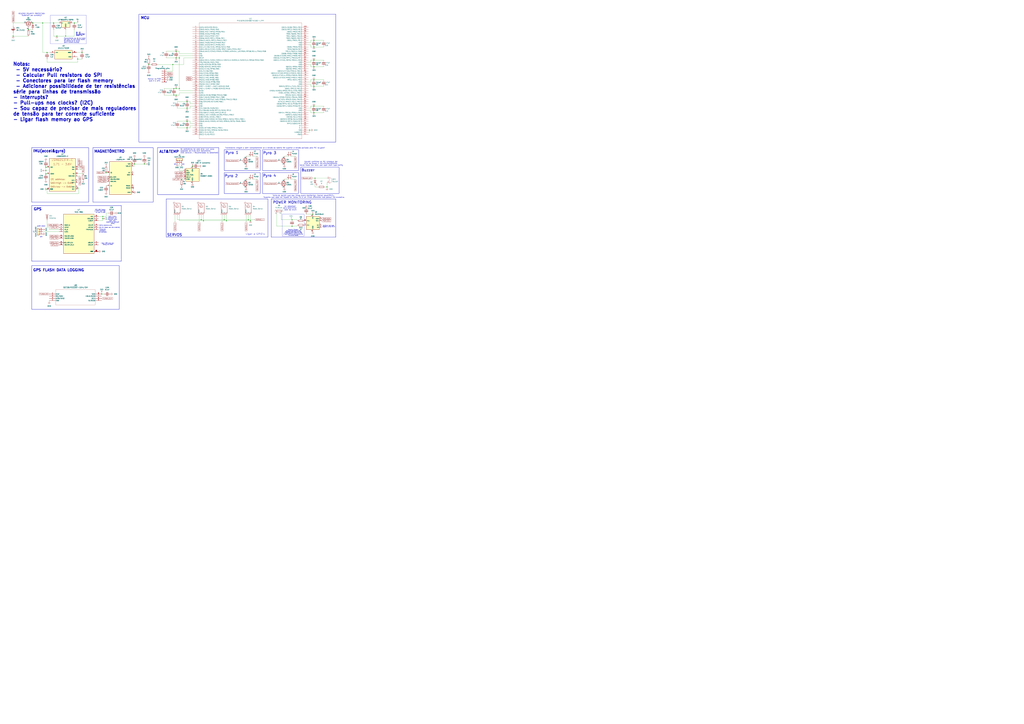
<source format=kicad_sch>
(kicad_sch (version 20231120) (generator "eeschema") (generator_version "8.0")
  (paper "A0")
  (junction (at 217.17 140.97))
  (junction (at 364.49 123.19))
  (junction (at 123.19 200.66))
  (junction (at 156.21 190.5))
  (junction (at 290.83 256.54))
  (junction (at 33.02 34.29))
  (junction (at 364.49 46.99))
  (junction (at 288.29 255.27))
  (junction (at 204.47 59.69))
  (junction (at 363.22 248.92))
  (junction (at 200.66 74.93))
  (junction (at 365.76 207.01))
  (junction (at 233.68 255.27))
  (junction (at 210.82 208.28))
  (junction (at 62.23 26.67))
  (junction (at 260.35 255.27))
  (junction (at 364.49 130.81))
  (junction (at 118.11 341.63))
  (junction (at 66.04 41.91))
  (junction (at 339.09 255.27))
  (junction (at 359.41 151.13))
  (junction (at 364.49 54.61))
  (junction (at 172.72 74.93))
  (junction (at 339.09 262.89))
  (junction (at 54.61 219.71))
  (junction (at 204.47 67.31))
  (junction (at 217.17 148.59))
  (junction (at 204.47 110.49))
  (junction (at 364.49 77.47))
  (junction (at 86.36 26.67))
  (junction (at 217.17 118.11))
  (junction (at 53.34 201.93))
  (junction (at 217.17 125.73))
  (junction (at 154.94 218.44))
  (junction (at 201.93 102.87))
  (junction (at 223.52 193.04))
  (junction (at 54.61 60.96))
  (junction (at 236.22 256.54))
  (junction (at 38.1 26.67))
  (junction (at 53.34 194.31))
  (junction (at 364.49 69.85))
  (junction (at 15.24 41.91))
  (junction (at 53.34 198.12))
  (junction (at 90.17 68.58))
  (junction (at 208.28 102.87))
  (junction (at 379.73 217.17))
  (junction (at 49.53 26.67))
  (junction (at 154.94 223.52))
  (junction (at 90.17 218.44))
  (junction (at 119.38 251.46))
  (junction (at 364.49 100.33))
  (junction (at 201.93 110.49))
  (junction (at 95.25 60.96))
  (junction (at 364.49 92.71))
  (junction (at 119.38 254))
  (junction (at 167.64 190.5))
  (junction (at 262.89 256.54))
  (junction (at 208.28 67.31))
  (junction (at 76.2 41.91))
  (junction (at 204.47 102.87))
  (no_connect (at 193.04 95.25))
  (wire (pts (xy 290.83 250.19) (xy 290.83 256.54)))
  (wire (pts (xy 209.55 208.28) (xy 210.82 208.28)))
  (wire (pts (xy 339.09 262.89) (xy 321.31 262.89)))
  (wire (pts (xy 223.52 123.19) (xy 220.98 123.19)))
  (wire (pts (xy 337.82 208.28) (xy 342.9 208.28)))
  (wire (pts (xy 204.47 110.49) (xy 201.93 110.49)))
  (wire (pts (xy 217.17 118.11) (xy 220.98 118.11)))
  (wire (pts (xy 86.36 41.91) (xy 76.2 41.91)))
  (wire (pts (xy 364.49 123.19) (xy 375.92 123.19)))
  (wire (pts (xy 339.09 255.27) (xy 326.39 255.27)))
  (wire (pts (xy 364.49 46.99) (xy 375.92 46.99)))
  (wire (pts (xy 360.68 97.79) (xy 360.68 100.33)))
  (wire (pts (xy 339.09 255.27) (xy 345.44 255.27)))
  (wire (pts (xy 57.15 264.16) (xy 54.61 264.16)))
  (wire (pts (xy 260.35 255.27) (xy 260.35 250.19)))
  (wire (pts (xy 93.98 196.85) (xy 90.17 196.85)))
  (wire (pts (xy 62.23 26.67) (xy 68.58 26.67)))
  (wire (pts (xy 208.28 67.31) (xy 208.28 102.87)))
  (wire (pts (xy 360.68 125.73) (xy 360.68 123.19)))
  (wire (pts (xy 355.6 248.92) (xy 363.22 248.92)))
  (wire (pts (xy 53.34 194.31) (xy 54.61 194.31)))
  (wire (pts (xy 220.98 146.05) (xy 220.98 148.59)))
  (wire (pts (xy 217.17 125.73) (xy 220.98 125.73)))
  (wire (pts (xy 54.61 68.58) (xy 54.61 72.39)))
  (wire (pts (xy 223.52 120.65) (xy 220.98 120.65)))
  (wire (pts (xy 208.28 107.95) (xy 208.28 110.49)))
  (wire (pts (xy 53.34 198.12) (xy 53.34 194.31)))
  (wire (pts (xy 54.61 72.39) (xy 90.17 72.39)))
  (wire (pts (xy 208.28 190.5) (xy 208.28 198.12)))
  (wire (pts (xy 330.2 181.61) (xy 335.28 181.61)))
  (wire (pts (xy 360.68 123.19) (xy 364.49 123.19)))
  (wire (pts (xy 90.17 26.67) (xy 86.36 26.67)))
  (wire (pts (xy 359.41 153.67) (xy 359.41 151.13)))
  (wire (pts (xy 193.04 67.31) (xy 204.47 67.31)))
  (wire (pts (xy 193.04 82.55) (xy 200.66 82.55)))
  (wire (pts (xy 58.42 60.96) (xy 54.61 60.96)))
  (wire (pts (xy 154.94 193.04) (xy 156.21 193.04)))
  (wire (pts (xy 364.49 130.81) (xy 375.92 130.81)))
  (wire (pts (xy 118.11 340.36) (xy 118.11 341.63)))
  (wire (pts (xy 360.68 100.33) (xy 364.49 100.33)))
  (wire (pts (xy 190.5 102.87) (xy 201.93 102.87)))
  (wire (pts (xy 364.49 92.71) (xy 375.92 92.71)))
  (wire (pts (xy 358.14 97.79) (xy 360.68 97.79)))
  (wire (pts (xy 358.14 72.39) (xy 360.68 72.39)))
  (wire (pts (xy 205.74 250.19) (xy 205.74 255.27)))
  (wire (pts (xy 379.73 217.17) (xy 379.73 212.09)))
  (wire (pts (xy 223.52 67.31) (xy 213.36 67.31)))
  (wire (pts (xy 360.68 77.47) (xy 364.49 77.47)))
  (wire (pts (xy 217.17 148.59) (xy 220.98 148.59)))
  (wire (pts (xy 33.02 34.29) (xy 38.1 34.29)))
  (wire (pts (xy 123.19 215.9) (xy 124.46 215.9)))
  (wire (pts (xy 200.66 74.93) (xy 213.36 74.93)))
  (wire (pts (xy 15.24 41.91) (xy 15.24 38.1)))
  (wire (pts (xy 330.2 208.28) (xy 335.28 208.28)))
  (wire (pts (xy 156.21 190.5) (xy 167.64 190.5)))
  (wire (pts (xy 190.5 110.49) (xy 201.93 110.49)))
  (wire (pts (xy 358.14 52.07) (xy 360.68 52.07)))
  (wire (pts (xy 90.17 201.93) (xy 96.52 201.93)))
  (wire (pts (xy 53.34 201.93) (xy 54.61 201.93)))
  (wire (pts (xy 358.14 128.27) (xy 360.68 128.27)))
  (wire (pts (xy 364.49 54.61) (xy 375.92 54.61)))
  (wire (pts (xy 208.28 64.77) (xy 223.52 64.77)))
  (wire (pts (xy 90.17 68.58) (xy 90.17 66.04)))
  (wire (pts (xy 92.71 204.47) (xy 90.17 204.47)))
  (wire (pts (xy 204.47 102.87) (xy 208.28 102.87)))
  (wire (pts (xy 52.07 198.12) (xy 53.34 198.12)))
  (wire (pts (xy 38.1 26.67) (xy 49.53 26.67)))
  (wire (pts (xy 200.66 82.55) (xy 200.66 74.93)))
  (wire (pts (xy 66.04 41.91) (xy 62.23 41.91)))
  (wire (pts (xy 119.38 251.46) (xy 123.19 251.46)))
  (wire (pts (xy 359.41 151.13) (xy 358.14 151.13)))
  (wire (pts (xy 57.15 266.7) (xy 57.15 264.16)))
  (wire (pts (xy 360.68 49.53) (xy 360.68 46.99)))
  (wire (pts (xy 285.75 208.28) (xy 290.83 208.28)))
  (wire (pts (xy 208.28 110.49) (xy 204.47 110.49)))
  (wire (pts (xy 91.44 224.79) (xy 54.61 224.79)))
  (wire (pts (xy 220.98 123.19) (xy 220.98 125.73)))
  (wire (pts (xy 203.2 257.81) (xy 203.2 250.19)))
  (wire (pts (xy 15.24 26.67) (xy 27.94 26.67)))
  (wire (pts (xy 204.47 67.31) (xy 208.28 67.31)))
  (wire (pts (xy 208.28 107.95) (xy 223.52 107.95)))
  (wire (pts (xy 90.17 217.17) (xy 90.17 218.44)))
  (wire (pts (xy 54.61 224.79) (xy 54.61 219.71)))
  (wire (pts (xy 257.81 257.81) (xy 257.81 250.19)))
  (wire (pts (xy 119.38 254) (xy 119.38 251.46)))
  (wire (pts (xy 223.52 143.51) (xy 220.98 143.51)))
  (wire (pts (xy 364.49 100.33) (xy 375.92 100.33)))
  (wire (pts (xy 337.82 181.61) (xy 342.9 181.61)))
  (wire (pts (xy 156.21 190.5) (xy 154.94 190.5)))
  (wire (pts (xy 54.61 256.54) (xy 54.61 264.16)))
  (wire (pts (xy 285.75 181.61) (xy 290.83 181.61)))
  (wire (pts (xy 90.17 218.44) (xy 91.44 218.44)))
  (wire (pts (xy 360.68 52.07) (xy 360.68 54.61)))
  (wire (pts (xy 358.14 49.53) (xy 360.68 49.53)))
  (wire (pts (xy 208.28 62.23) (xy 208.28 59.69)))
  (wire (pts (xy 360.68 95.25) (xy 360.68 92.71)))
  (wire (pts (xy 91.44 194.31) (xy 90.17 194.31)))
  (wire (pts (xy 360.68 130.81) (xy 364.49 130.81)))
  (wire (pts (xy 233.68 255.27) (xy 260.35 255.27)))
  (wire (pts (xy 293.37 208.28) (xy 298.45 208.28)))
  (wire (pts (xy 205.74 125.73) (xy 217.17 125.73)))
  (wire (pts (xy 53.34 198.12) (xy 53.34 201.93)))
  (wire (pts (xy 363.22 207.01) (xy 365.76 207.01)))
  (wire (pts (xy 360.68 128.27) (xy 360.68 130.81)))
  (wire (pts (xy 123.19 200.66) (xy 124.46 200.66)))
  (wire (pts (xy 217.17 140.97) (xy 220.98 140.97)))
  (wire (pts (xy 233.68 255.27) (xy 233.68 250.19)))
  (wire (pts (xy 201.93 102.87) (xy 204.47 102.87)))
  (wire (pts (xy 364.49 69.85) (xy 375.92 69.85)))
  (wire (pts (xy 62.23 34.29) (xy 62.23 41.91)))
  (wire (pts (xy 205.74 118.11) (xy 217.17 118.11)))
  (wire (pts (xy 345.44 261.62) (xy 345.44 262.89)))
  (wire (pts (xy 360.68 72.39) (xy 360.68 69.85)))
  (wire (pts (xy 49.53 269.24) (xy 68.58 269.24)))
  (wire (pts (xy 360.68 54.61) (xy 364.49 54.61)))
  (wire (pts (xy 208.28 105.41) (xy 208.28 102.87)))
  (wire (pts (xy 360.68 69.85) (xy 364.49 69.85)))
  (wire (pts (xy 68.58 266.7) (xy 57.15 266.7)))
  (wire (pts (xy 208.28 62.23) (xy 223.52 62.23)))
  (wire (pts (xy 321.31 262.89) (xy 321.31 248.92)))
  (wire (pts (xy 208.28 105.41) (xy 223.52 105.41)))
  (wire (pts (xy 172.72 74.93) (xy 175.26 74.93)))
  (wire (pts (xy 208.28 198.12) (xy 213.36 198.12)))
  (wire (pts (xy 208.28 256.54) (xy 208.28 250.19)))
  (wire (pts (xy 365.76 207.01) (xy 379.73 207.01)))
  (wire (pts (xy 114.3 256.54) (xy 119.38 256.54)))
  (wire (pts (xy 193.04 59.69) (xy 204.47 59.69)))
  (wire (pts (xy 223.52 146.05) (xy 220.98 146.05)))
  (wire (pts (xy 54.61 60.96) (xy 49.53 60.96)))
  (wire (pts (xy 210.82 208.28) (xy 213.36 208.28)))
  (wire (pts (xy 213.36 67.31) (xy 213.36 74.93)))
  (wire (pts (xy 236.22 256.54) (xy 236.22 250.19)))
  (wire (pts (xy 86.36 34.29) (xy 86.36 41.91)))
  (wire (pts (xy 90.17 72.39) (xy 90.17 68.58)))
  (wire (pts (xy 360.68 46.99) (xy 364.49 46.99)))
  (wire (pts (xy 262.89 256.54) (xy 236.22 256.54)))
  (wire (pts (xy 205.74 140.97) (xy 217.17 140.97)))
  (wire (pts (xy 364.49 77.47) (xy 375.92 77.47)))
  (wire (pts (xy 154.94 215.9) (xy 154.94 218.44)))
  (wire (pts (xy 88.9 60.96) (xy 95.25 60.96)))
  (wire (pts (xy 123.19 251.46) (xy 123.19 247.65)))
  (wire (pts (xy 377.19 217.17) (xy 379.73 217.17)))
  (wire (pts (xy 156.21 193.04) (xy 156.21 190.5)))
  (wire (pts (xy 288.29 255.27) (xy 288.29 250.19)))
  (wire (pts (xy 360.68 92.71) (xy 364.49 92.71)))
  (wire (pts (xy 76.2 34.29) (xy 76.2 41.91)))
  (wire (pts (xy 220.98 143.51) (xy 220.98 140.97)))
  (wire (pts (xy 358.14 125.73) (xy 360.68 125.73)))
  (wire (pts (xy 57.15 349.25) (xy 57.15 350.52)))
  (wire (pts (xy 290.83 256.54) (xy 262.89 256.54)))
  (wire (pts (xy 231.14 257.81) (xy 231.14 250.19)))
  (wire (pts (xy 260.35 255.27) (xy 288.29 255.27)))
  (wire (pts (xy 90.17 68.58) (xy 95.25 68.58)))
  (wire (pts (xy 76.2 41.91) (xy 66.04 41.91)))
  (wire (pts (xy 33.02 41.91) (xy 15.24 41.91)))
  (wire (pts (xy 379.73 218.44) (xy 379.73 217.17)))
  (wire (pts (xy 205.74 255.27) (xy 233.68 255.27)))
  (wire (pts (xy 90.17 218.44) (xy 90.17 219.71)))
  (wire (pts (xy 49.53 60.96) (xy 49.53 26.67)))
  (wire (pts (xy 345.44 256.54) (xy 345.44 255.27)))
  (wire (pts (xy 91.44 218.44) (xy 91.44 224.79)))
  (wire (pts (xy 360.68 74.93) (xy 360.68 77.47)))
  (wire (pts (xy 83.82 26.67) (xy 86.36 26.67)))
  (wire (pts (xy 339.09 262.89) (xy 345.44 262.89)))
  (wire (pts (xy 365.76 217.17) (xy 369.57 217.17)))
  (wire (pts (xy 358.14 74.93) (xy 360.68 74.93)))
  (wire (pts (xy 118.11 341.63) (xy 120.65 341.63)))
  (wire (pts (xy 288.29 255.27) (xy 295.91 255.27)))
  (wire (pts (xy 220.98 120.65) (xy 220.98 118.11)))
  (wire (pts (xy 236.22 256.54) (xy 208.28 256.54)))
  (wire (pts (xy 154.94 218.44) (xy 154.94 223.52)))
  (wire (pts (xy 293.37 181.61) (xy 298.45 181.61)))
  (wire (pts (xy 326.39 255.27) (xy 326.39 248.92)))
  (wire (pts (xy 262.89 256.54) (xy 262.89 250.19)))
  (wire (pts (xy 168.91 190.5) (xy 167.64 190.5)))
  (wire (pts (xy 358.14 95.25) (xy 360.68 95.25)))
  (wire (pts (xy 114.3 251.46) (xy 119.38 251.46)))
  (wire (pts (xy 285.75 257.81) (xy 285.75 250.19)))
  (wire (pts (xy 208.28 64.77) (xy 208.28 67.31)))
  (wire (pts (xy 205.74 148.59) (xy 217.17 148.59)))
  (wire (pts (xy 49.53 26.67) (xy 62.23 26.67)))
  (wire (pts (xy 365.76 214.63) (xy 365.76 217.17)))
  (wire (pts (xy 204.47 59.69) (xy 208.28 59.69)))
  (wire (pts (xy 123.19 247.65) (xy 125.73 247.65)))
  (wire (pts (xy 119.38 256.54) (xy 119.38 254)))
  (wire (pts (xy 182.88 74.93) (xy 200.66 74.93)))
  (wire (pts (xy 121.92 200.66) (xy 123.19 200.66)))
  (wire (pts (xy 15.24 30.48) (xy 15.24 26.67)))
  (wire (pts (xy 360.68 151.13) (xy 359.41 151.13)))
  (wire (pts (xy 358.14 153.67) (xy 359.41 153.67)))
  (wire (pts (xy 90.17 66.04) (xy 88.9 66.04)))
  (rectangle (start 36.83 171.45) (end 102.87 234.95) (stroke (width 0.3)))
  (rectangle (start 304.8 200.66) (end 346.71 224.79) (stroke (width 0.3)))
  (rectangle (start 182.88 171.45) (end 254 226.06) (stroke (width 0.3)))
  (rectangle (start 36.83 308.61) (end 138.43 359.41) (stroke (width 0.3)))
  (rectangle (start 161.29 16.51) (end 389.89 165.1) (stroke (width 0.3)))
  (rectangle (start 327.66 248.92) (end 353.06 274.32))
  (rectangle (start 304.8 173.99) (end 346.71 198.12) (stroke (width 0.3)))
  (rectangle (start 314.96 231.14) (end 389.89 275.59) (stroke (width 0.3)))
  (rectangle (start 58.42 17.78) (end 100.33 50.8))
  (rectangle (start 260.35 200.66) (end 302.26 224.79) (stroke (width 0.3)))
  (rectangle (start 36.83 238.76) (end 140.97 303.53) (stroke (width 0.3)))
  (rectangle (start 349.25 194.31) (end 393.7 224.79) (stroke (width 0.3)))
  (rectangle (start 260.35 173.99) (end 302.26 198.12) (stroke (width 0.3)))
  (rectangle (start 107.95 171.45) (end 177.8 234.95) (stroke (width 0.3)))
  (rectangle (start 193.04 231.14) (end 311.15 275.59) (stroke (width 0.3)))
  (text "Pyro 3" (at 313.182 177.8 0) (effects (font (size 3 3) (thickness 0.4) (bold yes))))
  (text "UART/DDC" (at 47.752 262.89 0) (effects (font (size 1.27 1.27))))
  (text "Provavelmente vou ter de mudar \nisto para um com Vdrop menor. \nSó preciso de 5V talvez \npara a antena anyways" (at 74.168 46.99 0) (effects (font (size 1 1)) (justify left)))
  (text "SPI" (at 48.006 275.336 0) (effects (font (size 1.27 1.27))))
  (text "MAGNETÓMETRO\n" (at 127 176.022 0) (effects (font (size 3 3) (thickness 0.6) (bold yes))))
  (text "Ler datasheet \npara determinar \nvalor do shunt" (at 337.058 241.808 0) (effects (font (size 1.27 1.27))))
  (text "Buzzer" (at 357.632 197.866 0) (effects (font (size 3 3) (thickness 0.4) (bold yes))))
  (text "GPS FLASH DATA LOGGING" (at 68.072 313.944 0) (effects (font (size 3 3) (thickness 0.6) (bold yes))))
  (text "SPI" (at 203.708 191.008 0) (effects (font (size 1.27 1.27))))
  (text "Ligar a GPIO's" (at 296.418 272.034 0) (effects (font (size 2 2))))
  (text "SERVOS" (at 202.692 273.05 0) (effects (font (size 3 3) (thickness 0.4) (bold yes))))
  (text "Notas:\n - 5V necessário?\n - Calcular Pull resistors do SPI\n - Conectores para ler flash memory\n - Adicionar possibilidade de ter resistências \nsérie para linhas de transmissão\n- Interrupts?\n- Pull-ups nos clocks? (I2C)\n- Sou capaz de precisar de mais reguladores \nde tensão para ter corrente suficiente\n- Ligar flash memory ao GPS" (at 14.986 106.68 0) (effects (font (size 4 4) (thickness 0.8) (bold yes)) (justify left)))
  (text "Tenho de decidir qual das linhas quero monitorizar. Overall power?PIC?... \nSuponho que nada me impede ter vários ICs a ver linhas diferentes mas parece-me excessivo." (at 353.06 228.346 0) (effects (font (size 1.27 1.27))))
  (text "GPS" (at 43.688 243.078 0) (effects (font (size 3 3) (thickness 0.6) (bold yes))))
  (text "Pyro 2" (at 268.478 204.47 0) (effects (font (size 3 3) (thickness 0.4) (bold yes))))
  (text "Vale a pena \nadicionar um \nconector para \nligar uma \nbateria de backup?\n(3V3)" (at 130.81 255.778 0) (effects (font (size 1 1))))
  (text "IMU(accel&gyro)" (at 57.15 175.514 0) (effects (font (size 3 3) (thickness 0.6) (bold yes))))
  (text "Transistores chegam a abrir completamente se a tensão da bateria fôr superior à tensão aplicada pelo PIC na gate?" (at 319.278 171.958 0) (effects (font (size 1.27 1.27))))
  (text "Ligar USB para dar \ndebug ao GPS?" (at 125.222 283.464 0) (effects (font (size 1 1))))
  (text "MCU - 3V3\nGPS - 3V3\nIMU - 1.8V? (3.6max)\nMagnetómetro - 3V3\nAltímetro - 3V3\n" (at 88.138 39.624 0) (effects (font (size 0.6 0.6)) (justify left)))
  (text "VDD_USB ligado \na GND caso não \nvá usar o USB" (at 116.586 245.364 0) (effects (font (size 1 1))))
  (text "Convém confirmar se PIC consegue dar \ndrive do buzzer e led simultaneamente, \ntalvez fosse boa ideia usar open drain type config" (at 373.126 189.992 0) (effects (font (size 1.27 1.27))))
  (text "Pyro 1" (at 269.24 177.546 0) (effects (font (size 3 3) (thickness 0.4) (bold yes))))
  (text "De preferência ter este sinal num canal \nseparado ao invés dum barramento.\n(ADC sensível / Recomendado no datasheet)" (at 209.55 175.514 0) (effects (font (size 1.27 1.27)) (justify left)))
  (text "ALT&TEMP\n" (at 196.342 176.276 0) (effects (font (size 3 3) (thickness 0.6) (bold yes))))
  (text "Confirmar mais tarde \nligações a pinos A0/A1" (at 381.762 262.89 0) (effects (font (size 0.8 0.8))))
  (text "REVERSE POLARITY PROTECTION\nSubstituir por schottky?" (at 36.83 17.018 0) (effects (font (size 1.27 1.27))))
  (text "Marcar na PCB \nqual é o pin1" (at 179.578 92.964 0) (effects (font (size 1.27 1.27))))
  (text "I2C" (at 212.852 191.008 0) (effects (font (size 1.27 1.27))))
  (text "POWER MONITORING" (at 339.344 235.204 0) (effects (font (size 3 3) (thickness 0.4) (bold yes))))
  (text "Pyro 4" (at 312.928 204.216 0) (effects (font (size 3 3) (thickness 0.4) (bold yes))))
  (text "LNA EN (caso use LNA externo)" (at 127 264.414 0) (effects (font (size 1 1))))
  (text "Potencial filtragem. \nTenho de confirmar se será \nnecessário mas penso que não, \no mais provável é deixar na PCB \ne logo decidir se meto componentes \nou só dou bypass." (at 340.868 270.256 0) (effects (font (size 0.8 0.8))))
  (text "MCU" (at 168.402 20.828 0) (effects (font (size 3 3) (thickness 0.6) (bold yes))))
  (text "Active antenna only" (at 122.682 261.874 0) (effects (font (size 1 1))))
  (text "Timepulse \n(probably \nno connect)" (at 119.38 268.224 0) (effects (font (size 1 1))))
  (global_label "IMU_CS" (shape input) (at 96.52 201.93 90) (property "Intersheetrefs" "${INTERSHEET_REFS}" (effects (hide yes))))
  (global_label "SERVO_+" (shape input) (at 295.91 255.27 0) (property "Intersheetrefs" "${INTERSHEET_REFS}" (effects (hide yes))))
  (global_label "ALT_SDO" (shape input) (at 213.36 200.66 180) (property "Intersheetrefs" "${INTERSHEET_REFS}" (effects (hide yes))))
  (global_label "Pyro_channel3" (shape input) (at 322.58 186.69 180) (property "Intersheetrefs" "${INTERSHEET_REFS}" (effects (hide yes))))
  (global_label "FLASH_EN" (shape input) (at 57.15 341.63 180) (property "Intersheetrefs" "${INTERSHEET_REFS}" (effects (hide yes))))
  (global_label "Battery_VDD" (shape input) (at 298.45 208.28 270) (property "Intersheetrefs" "${INTERSHEET_REFS}" (effects (hide yes))))
  (global_label "PGED" (shape input) (at 193.04 87.63 0) (property "Intersheetrefs" "${INTERSHEET_REFS}" (effects (hide yes))))
  (global_label "SERVO_3" (shape input) (at 257.81 257.81 270) (property "Intersheetrefs" "${INTERSHEET_REFS}" (effects (hide yes))))
  (global_label "Buzzer_pin" (shape input) (at 363.22 207.01 180) (property "Intersheetrefs" "${INTERSHEET_REFS}" (effects (hide yes))))
  (global_label "GPS_INT" (shape input) (at 68.58 264.16 180) (property "Intersheetrefs" "${INTERSHEET_REFS}" (effects (hide yes))))
  (global_label "PGED" (shape input) (at 223.52 92.71 180) (property "Intersheetrefs" "${INTERSHEET_REFS}" (effects (hide yes))))
  (global_label "Battery_VDD" (shape input) (at 15.24 26.67 90) (property "Intersheetrefs" "${INTERSHEET_REFS}" (effects (hide yes))))
  (global_label "SERVO_2" (shape input) (at 231.14 257.81 270) (property "Intersheetrefs" "${INTERSHEET_REFS}" (effects (hide yes))))
  (global_label "Pyro_channel1" (shape input) (at 278.13 186.69 180) (property "Intersheetrefs" "${INTERSHEET_REFS}" (effects (hide yes))))
  (global_label "IMU_SDO" (shape input) (at 92.71 204.47 270) (property "Intersheetrefs" "${INTERSHEET_REFS}" (effects (hide yes))))
  (global_label "GPS_RXD" (shape input) (at 68.58 274.32 180) (property "Intersheetrefs" "${INTERSHEET_REFS}" (effects (hide yes))))
  (global_label "GPS_CS" (shape input) (at 68.58 284.48 180) (property "Intersheetrefs" "${INTERSHEET_REFS}" (effects (hide yes))))
  (global_label "PWR_SDL" (shape input) (at 373.38 256.54 0) (property "Intersheetrefs" "${INTERSHEET_REFS}" (effects (hide yes))))
  (global_label "Pyro_channel2" (shape input) (at 278.13 213.36 180) (property "Intersheetrefs" "${INTERSHEET_REFS}" (effects (hide yes))))
  (global_label "IMU_CLK" (shape input) (at 93.98 196.85 90) (property "Intersheetrefs" "${INTERSHEET_REFS}" (effects (hide yes))))
  (global_label "MAG_SDO" (shape input) (at 124.46 210.82 180) (property "Intersheetrefs" "${INTERSHEET_REFS}" (effects (hide yes))))
  (global_label "ALT_CLK" (shape input) (at 213.36 205.74 180) (property "Intersheetrefs" "${INTERSHEET_REFS}" (effects (hide yes))))
  (global_label "PGEC" (shape input) (at 193.04 85.09 0) (property "Intersheetrefs" "${INTERSHEET_REFS}" (effects (hide yes))))
  (global_label "IMU_SDI" (shape input) (at 91.44 194.31 90) (property "Intersheetrefs" "${INTERSHEET_REFS}" (effects (hide yes))))
  (global_label "Pyro_channel4" (shape input) (at 322.58 213.36 180) (property "Intersheetrefs" "${INTERSHEET_REFS}" (effects (hide yes))))
  (global_label "FLASH_CLK" (shape input) (at 118.11 346.71 0) (property "Intersheetrefs" "${INTERSHEET_REFS}" (effects (hide yes))))
  (global_label "GPS_CLK" (shape input) (at 68.58 281.94 180) (property "Intersheetrefs" "${INTERSHEET_REFS}" (effects (hide yes))))
  (global_label "GPS_RESET" (shape input) (at 68.58 261.62 180) (property "Intersheetrefs" "${INTERSHEET_REFS}" (effects (hide yes))))
  (global_label "MAG_CS" (shape input) (at 121.92 200.66 180) (property "Intersheetrefs" "${INTERSHEET_REFS}" (effects (hide yes))))
  (global_label "SERVO_1" (shape input) (at 203.2 257.81 270) (property "Intersheetrefs" "${INTERSHEET_REFS}" (effects (hide yes))))
  (global_label "PGEC" (shape input) (at 223.52 90.17 180) (property "Intersheetrefs" "${INTERSHEET_REFS}" (effects (hide yes))))
  (global_label "SERVO_4" (shape input) (at 285.75 257.81 270) (property "Intersheetrefs" "${INTERSHEET_REFS}" (effects (hide yes))))
  (global_label "ALT_SDI" (shape input) (at 213.36 203.2 180) (property "Intersheetrefs" "${INTERSHEET_REFS}" (effects (hide yes))))
  (global_label "PWR_SDA" (shape input) (at 373.38 254 0) (property "Intersheetrefs" "${INTERSHEET_REFS}" (effects (hide yes))))
  (global_label "MAG_CLK" (shape input) (at 124.46 205.74 180) (property "Intersheetrefs" "${INTERSHEET_REFS}" (effects (hide yes))))
  (global_label "GPS_TXD" (shape input) (at 68.58 276.86 180) (property "Intersheetrefs" "${INTERSHEET_REFS}" (effects (hide yes))))
  (global_label "Battery_VDD" (shape input) (at 298.45 181.61 270) (property "Intersheetrefs" "${INTERSHEET_REFS}" (effects (hide yes))))
  (global_label "Battery_VDD" (shape input) (at 342.9 181.61 270) (property "Intersheetrefs" "${INTERSHEET_REFS}" (effects (hide yes))))
  (global_label "Battery_VDD" (shape input) (at 342.9 208.28 270) (property "Intersheetrefs" "${INTERSHEET_REFS}" (effects (hide yes))))
  (global_label "ALT_CS" (shape input) (at 209.55 208.28 180) (property "Intersheetrefs" "${INTERSHEET_REFS}" (effects (hide yes))))
  (global_label "MAG_SDI" (shape input) (at 124.46 208.28 180) (property "Intersheetrefs" "${INTERSHEET_REFS}" (effects (hide yes))))
  (symbol (lib_id "power:GND") (at 223.52 213.36 0) (unit 1)
    (property "Reference" "#PWR030" (effects (hide yes)))
    (property "Value" "GND" (at 223.52 217.17 0))
    (property "Description" "Power symbol creates a global label with name \"GND\" , ground" (effects (hide yes)))
  )
  (symbol (lib_id "power:GND") (at 53.34 209.55 0) (unit 1)
    (property "Reference" "#PWR035" (effects (hide yes)))
    (property "Value" "GND" (at 53.34 214.63 0))
    (property "Description" "Power symbol creates a global label with name \"GND\" , ground" (effects (hide yes)))
  )
  (symbol (lib_id "power:GND") (at 330.2 218.44 0) (unit 1)
    (property "Reference" "#PWR040" (effects (hide yes)))
    (property "Value" "GND" (at 330.2 222.758 0))
    (property "Description" "Power symbol creates a global label with name \"GND\" , ground" (effects (hide yes)))
  )
  (symbol (lib_id "power:VDD") (at 193.04 90.17 270) (unit 1)
    (property "Reference" "#PWR020" (effects (hide yes)))
    (property "Value" "3V3" (at 198.628 90.424 90))
    (property "Description" "Power symbol creates a global label with name \"VDD\"" (effects (hide yes)))
  )
  (symbol (lib_id "Device:C") (at 375.92 73.66 180) (unit 1)
    (property "Reference" "C15" (at 381 75.692 0) (effects (justify left)))
    (property "Value" "47uF" (at 383.286 72.898 0) (effects (justify left)))
    (property "Description" "Unpolarized capacitor" (effects (hide yes)))
  )
  (symbol (lib_id "power:GND") (at 204.47 59.69 180) (unit 1)
    (property "Reference" "#PWR09" (effects (hide yes)))
    (property "Value" "GND" (at 204.47 54.61 0))
    (property "Description" "Power symbol creates a global label with name \"GND\" , ground" (effects (hide yes)))
  )
  (symbol (lib_id "Device:C") (at 193.04 63.5 0) (unit 1)
    (property "Reference" "C9" (at 187.96 61.468 0) (effects (justify left)))
    (property "Value" "47uF" (at 185.674 64.262 0) (effects (justify left)))
    (property "Description" "Unpolarized capacitor" (effects (hide yes)))
  )
  (symbol (lib_id "power:VDD") (at 168.91 190.5 270) (unit 1)
    (property "Reference" "#PWR031" (effects (hide yes)))
    (property "Value" "3V3" (at 172.974 190.5 0))
    (property "Description" "Power symbol creates a global label with name \"VDD\"" (effects (hide yes)))
  )
  (symbol (lib_id "LDL1117S33R:LDL1117S33R") (at 73.66 63.5 0) (unit 1)
    (property "Reference" "U3" (at 73.66 53.34 0))
    (property "Value" "LDL1117S33R" (at 73.66 55.88 0))
    (property "Footprint" "LDL1117S33R:SOT230P700X180-4N" (effects (hide yes)))
    (property "MF" "STMicroelectronics" (effects (hide yes)))
    (property "MAXIMUM_PACKAGE_HEIGHT" "1.8 mm" (effects (hide yes)))
    (property "Package" "SOT-223 STMicroelectronics" (effects (hide yes)))
    (property "Price" "None" (effects (hide yes)))
    (property "Check_prices" "https://www.snapeda.com/parts/LDL1117S33R/STMicroelectronics/view-part/?ref=eda" (effects (hide yes)))
    (property "STANDARD" "IPC 7351B" (effects (hide yes)))
    (property "PARTREV" "7" (effects (hide yes)))
    (property "SnapEDA_Link" "https://www.snapeda.com/parts/LDL1117S33R/STMicroelectronics/view-part/?ref=snap" (effects (hide yes)))
    (property "MP" "LDL1117S33R" (effects (hide yes)))
    (property "Purchase-URL" "https://www.snapeda.com/api/url_track_click_mouser/?unipart_id=865632&manufacturer=STMicroelectronics&part_name=LDL1117S33R&search_term=None" (effects (hide yes)))
    (property "Description_1" "\nLinear Voltage Regulator IC Positive Fixed 1 Output 1.2A SOT-223\n" (effects (hide yes)))
    (property "SNAPEDA_PN" "LDL1117S33R" (effects (hide yes)))
    (property "Availability" "In Stock" (effects (hide yes)))
    (property "MANUFACTURER" "STMicroelectronics" (effects (hide yes)))
  )
  (symbol (lib_id "power:GND") (at 330.2 191.77 0) (unit 1)
    (property "Reference" "#PWR039" (effects (hide yes)))
    (property "Value" "GND" (at 330.2 196.088 0))
    (property "Description" "Power symbol creates a global label with name \"GND\" , ground" (effects (hide yes)))
  )
  (symbol (lib_id "Connector:Conn_01x02_Pin") (at 293.37 176.53 270) (unit 1)
    (property "Reference" "J2" (at 294.64 175.8949 90) (effects (justify left)))
    (property "Value" "Pyro1" (at 294.64 178.4349 90) (effects (justify left)))
    (property "Description" "Generic connector, single row, 01x02, script generated" (effects (hide yes)))
  )
  (symbol (lib_id "power:GND") (at 204.47 110.49 0) (unit 1)
    (property "Reference" "#PWR06" (effects (hide yes)))
    (property "Value" "GND" (at 204.47 115.57 0))
    (property "Description" "Power symbol creates a global label with name \"GND\" , ground" (effects (hide yes)))
  )
  (symbol (lib_id "Device:C") (at 86.36 30.48 0) (unit 1)
    (property "Reference" "C19" (at 90.17 29.2099 0) (effects (justify left)))
    (property "Value" "0.1uF" (at 90.17 31.7499 0) (effects (justify left)))
    (property "Description" "Unpolarized capacitor" (effects (hide yes)))
  )
  (symbol (lib_id "Device:C") (at 355.6 245.11 180) (unit 1)
    (property "Reference" "C28" (at 359.918 239.522 0))
    (property "Value" "0.1uF" (at 359.918 242.062 0))
    (property "Description" "Unpolarized capacitor" (effects (hide yes)))
  )
  (symbol (lib_id "power:VDD") (at 364.49 77.47 180) (unit 1)
    (property "Reference" "#PWR016" (effects (hide yes)))
    (property "Value" "3V3" (at 364.49 81.534 0))
    (property "Description" "Power symbol creates a global label with name \"VDD\"" (effects (hide yes)))
  )
  (symbol (lib_id "power:GND") (at 364.49 123.19 180) (unit 1)
    (property "Reference" "#PWR02" (effects (hide yes)))
    (property "Value" "GND" (at 364.49 118.11 0))
    (property "Description" "Power symbol creates a global label with name \"GND\" , ground" (effects (hide yes)))
  )
  (symbol (lib_id "power:VDD") (at 172.72 67.31 0) (unit 1)
    (property "Reference" "#PWR018" (effects (hide yes)))
    (property "Value" "3V3" (at 172.72 63.246 0))
    (property "Description" "Power symbol creates a global label with name \"VDD\"" (effects (hide yes)))
  )
  (symbol (lib_id "Device:C") (at 190.5 106.68 0) (unit 1)
    (property "Reference" "C10" (at 185.42 104.648 0) (effects (justify left)))
    (property "Value" "47uF" (at 183.134 107.442 0) (effects (justify left)))
    (property "Description" "Unpolarized capacitor" (effects (hide yes)))
  )
  (symbol (lib_id "power:GND") (at 217.17 140.97 180) (unit 1)
    (property "Reference" "#PWR08" (effects (hide yes)))
    (property "Value" "GND" (at 217.17 135.89 0))
    (property "Description" "Power symbol creates a global label with name \"GND\" , ground" (effects (hide yes)))
  )
  (symbol (lib_id "Device:R") (at 179.07 74.93 90) (unit 1)
    (property "Reference" "R2" (at 179.07 68.58 90))
    (property "Value" "1k" (at 179.07 71.12 90))
    (property "Description" "Resistor" (effects (hide yes)))
  )
  (symbol (lib_id "power:VDD") (at 49.53 266.7 270) (unit 1)
    (property "Reference" "#PWR051" (effects (hide yes)))
    (property "Value" "3V3" (at 53.594 266.7 0))
    (property "Description" "Power symbol creates a global label with name \"VDD\"" (effects (hide yes)))
  )
  (symbol (lib_id "Device:C") (at 204.47 63.5 0) (unit 1)
    (property "Reference" "C1" (at 199.39 62.23 0) (effects (justify left)))
    (property "Value" "0.1uF" (at 196.088 64.262 0) (effects (justify left)))
    (property "Description" "Unpolarized capacitor" (effects (hide yes)))
  )
  (symbol (lib_id "power:GND") (at 360.68 151.13 90) (unit 1)
    (property "Reference" "#PWR01" (effects (hide yes)))
    (property "Value" "GND" (at 364.49 151.1299 90) (effects (justify right)))
    (property "Description" "Power symbol creates a global label with name \"GND\" , ground" (effects (hide yes)))
  )
  (symbol (lib_id "2025-01-11_19-47-35:SST26VF032BT-104I_SM") (at 57.15 341.63 0) (unit 1)
    (property "Reference" "U8" (at 87.63 331.47 0) (effects (font (size 1.524 1.524))))
    (property "Value" "SST26VF032BT-104I/SM" (at 87.63 334.01 0) (effects (font (size 1.524 1.524))))
    (property "Footprint" "SOIJ8_SM_MCH" (effects (hide yes)))
    (property "Datasheet" "SST26VF032BT-104I/SM" (effects (hide yes)))
  )
  (symbol (lib_id "Device:C") (at 217.17 144.78 0) (unit 1)
    (property "Reference" "C4" (at 212.09 143.51 0) (effects (justify left)))
    (property "Value" "0.1uF" (at 208.788 145.542 0) (effects (justify left)))
    (property "Description" "Unpolarized capacitor" (effects (hide yes)))
  )
  (symbol (lib_id "power:GND") (at 66.04 41.91 0) (unit 1)
    (property "Reference" "#PWR024" (effects (hide yes)))
    (property "Value" "GND" (at 66.04 46.99 0))
    (property "Description" "Power symbol creates a global label with name \"GND\" , ground" (effects (hide yes)))
  )
  (symbol (lib_id "power:VDD") (at 364.49 130.81 180) (unit 1)
    (property "Reference" "#PWR014" (effects (hide yes)))
    (property "Value" "3V3" (at 364.49 134.874 0))
    (property "Description" "Power symbol creates a global label with name \"VDD\"" (effects (hide yes)))
  )
  (symbol (lib_id "Device:C") (at 375.92 127 180) (unit 1)
    (property "Reference" "C13" (at 381 129.032 0) (effects (justify left)))
    (property "Value" "47uF" (at 383.286 126.238 0) (effects (justify left)))
    (property "Description" "Unpolarized capacitor" (effects (hide yes)))
  )
  (symbol (lib_id "power:VDD") (at 223.52 193.04 0) (unit 1)
    (property "Reference" "#PWR028" (effects (hide yes)))
    (property "Value" "3V3" (at 223.52 188.976 0))
    (property "Description" "Power symbol creates a global label with name \"VDD\"" (effects (hide yes)))
  )
  (symbol (lib_id "Connector_Generic:Conn_01x03") (at 208.28 185.42 90) (unit 1)
    (property "Reference" "J6" (at 208.28 180.34 90))
    (property "Value" "Conn_01x03" (at 208.28 182.372 90))
    (property "Description" "Generic connector, single row, 01x03, script generated (kicad-library-utils/schlib/autogen/connector/)" (effects (hide yes)))
  )
  (symbol (lib_id "power:VDD") (at 96.52 209.55 180) (unit 1)
    (property "Reference" "#PWR047" (effects (hide yes)))
    (property "Value" "3V3" (at 96.52 213.614 0))
    (property "Description" "Power symbol creates a global label with name \"VDD\"" (effects (hide yes)))
  )
  (symbol (lib_id "Device:R") (at 349.25 261.62 90) (unit 1)
    (property "Reference" "R10" (at 349.25 264.668 90))
    (property "Value" "R" (at 349.25 266.954 90))
    (property "Description" "Resistor" (effects (hide yes)))
  )
  (symbol (lib_id "Simulation_SPICE:NMOS") (at 283.21 186.69 0) (unit 1)
    (property "Reference" "Q2" (at 288.29 185.42 0) (effects (justify left)))
    (property "Value" "NMOS" (at 288.29 187.96 0) (effects (justify left)))
    (property "Datasheet" "https://ngspice.sourceforge.io/docs/ngspice-html-manual/manual.xhtml#cha_MOSFETs" (effects (hide yes)))
    (property "Description" "N-MOSFET transistor, drain/source/gate" (effects (hide yes)))
    (property "Sim.Device" "NMOS" (effects (hide yes)))
    (property "Sim.Type" "VDMOS" (effects (hide yes)))
    (property "Sim.Pins" "1=D 2=G 3=S" (effects (hide yes)))
  )
  (symbol (lib_id "Motor:Motor_Servo") (at 233.68 242.57 90) (unit 1)
    (property "Reference" "M2" (at 238.76 240.041 90) (effects (justify right)))
    (property "Value" "Motor_Servo" (at 238.76 242.581 90) (effects (justify right)))
    (property "Datasheet" "http://forums.parallax.com/uploads/attachments/46831/74481.png" (effects (hide yes)))
    (property "Description" "Servo Motor (Futaba, HiTec, JR connector)" (effects (hide yes)))
  )
  (symbol (lib_id "Simulation_SPICE:NMOS") (at 327.66 213.36 0) (unit 1)
    (property "Reference" "Q5" (at 332.74 212.09 0) (effects (justify left)))
    (property "Value" "NMOS" (at 332.74 214.63 0) (effects (justify left)))
    (property "Datasheet" "https://ngspice.sourceforge.io/docs/ngspice-html-manual/manual.xhtml#cha_MOSFETs" (effects (hide yes)))
    (property "Description" "N-MOSFET transistor, drain/source/gate" (effects (hide yes)))
    (property "Sim.Device" "NMOS" (effects (hide yes)))
    (property "Sim.Type" "VDMOS" (effects (hide yes)))
    (property "Sim.Pins" "1=D 2=G 3=S" (effects (hide yes)))
  )
  (symbol (lib_id "LSM6DS3TR-C:LSM6DS3TR-C") (at 72.39 196.85 0) (unit 1)
    (property "Reference" "U4" (at 72.39 179.07 0))
    (property "Value" "LSM6DS3TR-C" (at 72.39 181.61 0))
    (property "Footprint" "LSM6DS3TR-C:LGA-14-2.5X3MM" (effects (hide yes)))
    (property "MF" "STMicroelectronics" (effects (hide yes)))
    (property "Description_1" "\nIMUs - Inertial Measurement Units iNEMO 6DoF inertial module, for entry level / mid-tier smart phones and Portable PC platforms\n" (effects (hide yes)))
    (property "Package" "None" (effects (hide yes)))
    (property "Price" "None" (effects (hide yes)))
    (property "SnapEDA_Link" "https://www.snapeda.com/parts/LSM6DS3TR-C/STMicroelectronics/view-part/?ref=snap" (effects (hide yes)))
    (property "MP" "LSM6DS3TR-C" (effects (hide yes)))
    (property "Availability" "In Stock" (effects (hide yes)))
    (property "Check_prices" "https://www.snapeda.com/parts/LSM6DS3TR-C/STMicroelectronics/view-part/?ref=eda" (effects (hide yes)))
  )
  (symbol (lib_id "power:VDD") (at 204.47 102.87 0) (unit 1)
    (property "Reference" "#PWR011" (effects (hide yes)))
    (property "Value" "3V3" (at 204.47 98.806 0))
    (property "Description" "Power symbol creates a global label with name \"VDD\"" (effects (hide yes)))
  )
  (symbol (lib_id "Device:R") (at 33.02 38.1 0) (unit 1)
    (property "Reference" "R3" (at 35.56 36.8299 0) (effects (justify left)))
    (property "Value" "100k" (at 35.56 39.3699 0) (effects (justify left)))
    (property "Description" "Resistor" (effects (hide yes)))
  )
  (symbol (lib_id "Device:C") (at 123.19 219.71 0) (unit 1)
    (property "Reference" "C22" (at 115.824 218.186 0) (effects (justify left)))
    (property "Value" "100nF" (at 114.046 220.726 0) (effects (justify left)))
    (property "Description" "Unpolarized capacitor" (effects (hide yes)))
  )
  (symbol (lib_id "power:GND") (at 53.34 186.69 180) (unit 1)
    (property "Reference" "#PWR036" (effects (hide yes)))
    (property "Value" "GND" (at 53.34 181.61 0))
    (property "Description" "Power symbol creates a global label with name \"GND\" , ground" (effects (hide yes)))
  )
  (symbol (lib_id "Sensor_Energy:INA219AxD") (at 363.22 259.08 0) (unit 1)
    (property "Reference" "U9" (at 365.4141 246.38 0) (effects (justify left)))
    (property "Value" "INA219AxD" (at 365.4141 248.92 0) (effects (justify left)))
    (property "Footprint" "Package_SO:SOIC-8_3.9x4.9mm_P1.27mm" (effects (hide yes)))
    (property "Datasheet" "http://www.ti.com/lit/ds/symlink/ina219.pdf" (effects (hide yes)))
    (property "Description" "Zero-Drift, Bidirectional Current/Power Monitor (0-26V) With I2C Interface, SOIC-8" (effects (hide yes)))
  )
  (symbol (lib_id "Simulation_SPICE:NMOS") (at 283.21 213.36 0) (unit 1)
    (property "Reference" "Q3" (at 288.29 212.09 0) (effects (justify left)))
    (property "Value" "NMOS" (at 288.29 214.63 0) (effects (justify left)))
    (property "Datasheet" "https://ngspice.sourceforge.io/docs/ngspice-html-manual/manual.xhtml#cha_MOSFETs" (effects (hide yes)))
    (property "Description" "N-MOSFET transistor, drain/source/gate" (effects (hide yes)))
    (property "Sim.Device" "NMOS" (effects (hide yes)))
    (property "Sim.Type" "VDMOS" (effects (hide yes)))
    (property "Sim.Pins" "1=D 2=G 3=S" (effects (hide yes)))
  )
  (symbol (lib_id "Connector_Generic:Conn_01x03") (at 44.45 269.24 180) (unit 1)
    (property "Reference" "J7" (at 39.37 269.24 90))
    (property "Value" "Conn_01x03" (at 41.402 269.24 90))
    (property "Description" "Generic connector, single row, 01x03, script generated (kicad-library-utils/schlib/autogen/connector/)" (effects (hide yes)))
  )
  (symbol (lib_id "Connector:Conn_01x02_Pin") (at 293.37 203.2 270) (unit 1)
    (property "Reference" "J3" (at 294.64 202.5649 90) (effects (justify left)))
    (property "Value" "Pyro2" (at 294.64 205.1049 90) (effects (justify left)))
    (property "Description" "Generic connector, single row, 01x02, script generated" (effects (hide yes)))
  )
  (symbol (lib_id "power:GND") (at 285.75 191.77 0) (unit 1)
    (property "Reference" "#PWR037" (effects (hide yes)))
    (property "Value" "GND" (at 285.75 196.088 0))
    (property "Description" "Power symbol creates a global label with name \"GND\" , ground" (effects (hide yes)))
  )
  (symbol (lib_id "Device:R") (at 210.82 212.09 0) (unit 1)
    (property "Reference" "R4" (at 212.344 210.82 0) (effects (justify left)))
    (property "Value" "10k" (at 212.344 213.36 0) (effects (justify left)))
    (property "Description" "Resistor" (effects (hide yes)))
  )
  (symbol (lib_id "power:GND") (at 128.27 341.63 90) (unit 1)
    (property "Reference" "#PWR058" (effects (hide yes)))
    (property "Value" "GND" (at 132.08 341.6299 90) (effects (justify right)))
    (property "Description" "Power symbol creates a global label with name \"GND\" , ground" (effects (hide yes)))
  )
  (symbol (lib_id "Device:C") (at 156.21 186.69 0) (unit 1)
    (property "Reference" "C23" (at 149.606 182.88 0) (effects (justify left)))
    (property "Value" "100 nF (ceramic)" (at 147.32 185.166 0) (effects (justify left)))
    (property "Description" "Unpolarized capacitor" (effects (hide yes)))
  )
  (symbol (lib_id "Device:C") (at 375.92 50.8 180) (unit 1)
    (property "Reference" "C16" (at 381 52.832 0) (effects (justify left)))
    (property "Value" "47uF" (at 383.286 50.038 0) (effects (justify left)))
    (property "Description" "Unpolarized capacitor" (effects (hide yes)))
  )
  (symbol (lib_id "Device:C") (at 53.34 190.5 180) (unit 1)
    (property "Reference" "C26" (at 49.53 190.246 0) (effects (justify left)))
    (property "Value" "100nF" (at 50.8 187.706 0) (effects (justify left)))
    (property "Description" "Unpolarized capacitor" (effects (hide yes)))
  )
  (symbol (lib_id "power:VDD") (at 217.17 125.73 180) (unit 1)
    (property "Reference" "#PWR012" (effects (hide yes)))
    (property "Value" "3V3" (at 217.17 129.794 0))
    (property "Description" "Power symbol creates a global label with name \"VDD\"" (effects (hide yes)))
  )
  (symbol (lib_id "power:VDD") (at 364.49 100.33 180) (unit 1)
    (property "Reference" "#PWR015" (effects (hide yes)))
    (property "Value" "3V3" (at 364.49 104.394 0))
    (property "Description" "Power symbol creates a global label with name \"VDD\"" (effects (hide yes)))
  )
  (symbol (lib_id "Simulation_SPICE:NMOS") (at 327.66 186.69 0) (unit 1)
    (property "Reference" "Q4" (at 332.74 185.42 0) (effects (justify left)))
    (property "Value" "NMOS" (at 332.74 187.96 0) (effects (justify left)))
    (property "Datasheet" "https://ngspice.sourceforge.io/docs/ngspice-html-manual/manual.xhtml#cha_MOSFETs" (effects (hide yes)))
    (property "Description" "N-MOSFET transistor, drain/source/gate" (effects (hide yes)))
    (property "Sim.Device" "NMOS" (effects (hide yes)))
    (property "Sim.Type" "VDMOS" (effects (hide yes)))
    (property "Sim.Pins" "1=D 2=G 3=S" (effects (hide yes)))
  )
  (symbol (lib_id "Device:D_Zener") (at 38.1 30.48 270) (unit 1)
    (property "Reference" "D1" (at 40.64 29.2099 90) (effects (justify left)))
    (property "Value" "-10V" (at 40.64 31.7499 90) (effects (justify left)))
    (property "Description" "Zener diode" (effects (hide yes)))
  )
  (symbol (lib_id "power:GND") (at 193.04 92.71 90) (unit 1)
    (property "Reference" "#PWR021" (effects (hide yes)))
    (property "Value" "GND" (at 196.342 92.71 90) (effects (justify right)))
    (property "Description" "Power symbol creates a global label with name \"GND\" , ground" (effects (hide yes)))
  )
  (symbol (lib_id "power:GND") (at 54.61 219.71 270) (unit 1)
    (property "Reference" "#PWR027" (effects (hide yes)))
    (property "Value" "GND" (at 50.8 219.7099 90) (effects (justify right)))
    (property "Description" "Power symbol creates a global label with name \"GND\" , ground" (effects (hide yes)))
  )
  (symbol (lib_id "power:GND") (at 172.72 82.55 0) (unit 1)
    (property "Reference" "#PWR019" (effects (hide yes)))
    (property "Value" "GND" (at 172.72 87.63 0))
    (property "Description" "Power symbol creates a global label with name \"GND\" , ground" (effects (hide yes)))
  )
  (symbol (lib_id "Motor:Motor_Servo") (at 260.35 242.57 90) (unit 1)
    (property "Reference" "M3" (at 265.43 240.041 90) (effects (justify right)))
    (property "Value" "Motor_Servo" (at 265.43 242.581 90) (effects (justify right)))
    (property "Datasheet" "http://forums.parallax.com/uploads/attachments/46831/74481.png" (effects (hide yes)))
    (property "Description" "Servo Motor (Futaba, HiTec, JR connector)" (effects (hide yes)))
  )
  (symbol (lib_id "Device:C") (at 227.33 193.04 270) (unit 1)
    (property "Reference" "C27" (at 229.108 186.944 90) (effects (justify left)))
    (property "Value" "100 nF (ceramic)" (at 226.822 189.23 90) (effects (justify left)))
    (property "Description" "Unpolarized capacitor" (effects (hide yes)))
  )
  (symbol (lib_id "power:VDD") (at 210.82 215.9 180) (unit 1)
    (property "Reference" "#PWR045" (effects (hide yes)))
    (property "Value" "3V3" (at 210.82 219.964 0))
    (property "Description" "Power symbol creates a global label with name \"VDD\"" (effects (hide yes)))
  )
  (symbol (lib_id "Device:C_Polarized") (at 167.64 186.69 180) (unit 1)
    (property "Reference" "C24" (at 171.196 183.896 0) (effects (justify right)))
    (property "Value" "1uF" (at 171.196 186.436 0) (effects (justify right)))
    (property "Description" "Polarized capacitor" (effects (hide yes)))
  )
  (symbol (lib_id "power:GND") (at 15.24 41.91 0) (unit 1)
    (property "Reference" "#PWR022" (effects (hide yes)))
    (property "Value" "GND" (at 15.24 46.99 0))
    (property "Description" "Power symbol creates a global label with name \"GND\" , ground" (effects (hide yes)))
  )
  (symbol (lib_id "power:GND") (at 205.74 190.5 0) (unit 1)
    (property "Reference" "#PWR044" (effects (hide yes)))
    (property "Value" "GND" (at 207.518 194.564 0) (effects (justify right)))
    (property "Description" "Power symbol creates a global label with name \"GND\" , ground" (effects (hide yes)))
  )
  (symbol (lib_id "Device:C") (at 205.74 121.92 0) (unit 1)
    (property "Reference" "C11" (at 200.66 119.888 0) (effects (justify left)))
    (property "Value" "47uF" (at 198.374 122.682 0) (effects (justify left)))
    (property "Description" "Unpolarized capacitor" (effects (hide yes)))
  )
  (symbol (lib_id "Device:C") (at 364.49 73.66 180) (unit 1)
    (property "Reference" "C6" (at 369.57 74.93 0) (effects (justify left)))
    (property "Value" "0.1uF" (at 372.872 72.898 0) (effects (justify left)))
    (property "Description" "Unpolarized capacitor" (effects (hide yes)))
  )
  (symbol (lib_id "power:GND") (at 49.53 271.78 90) (unit 1)
    (property "Reference" "#PWR050" (effects (hide yes)))
    (property "Value" "GND" (at 53.594 270.002 0) (effects (justify right)))
    (property "Description" "Power symbol creates a global label with name \"GND\" , ground" (effects (hide yes)))
  )
  (symbol (lib_id "power:VDD") (at 210.82 190.5 180) (unit 1)
    (property "Reference" "#PWR043" (effects (hide yes)))
    (property "Value" "3V3" (at 210.82 194.564 0))
    (property "Description" "Power symbol creates a global label with name \"VDD\"" (effects (hide yes)))
  )
  (symbol (lib_id "power:GND") (at 114.3 292.1 90) (unit 1)
    (property "Reference" "#PWR048" (effects (hide yes)))
    (property "Value" "GND" (at 118.11 292.0999 90) (effects (justify right)))
    (property "Description" "Power symbol creates a global label with name \"GND\" , ground" (effects (hide yes)))
  )
  (symbol (lib_id "Device:R") (at 349.25 256.54 90) (unit 1)
    (property "Reference" "R9" (at 349.25 252.222 90))
    (property "Value" "R" (at 349.25 254.254 90))
    (property "Description" "Resistor" (effects (hide yes)))
  )
  (symbol (lib_id "Motor:Motor_Servo") (at 205.74 242.57 90) (unit 1)
    (property "Reference" "M1" (at 210.82 240.041 90) (effects (justify right)))
    (property "Value" "Motor_Servo" (at 210.82 242.581 90) (effects (justify right)))
    (property "Datasheet" "http://forums.parallax.com/uploads/attachments/46831/74481.png" (effects (hide yes)))
    (property "Description" "Servo Motor (Futaba, HiTec, JR connector)" (effects (hide yes)))
  )
  (symbol (lib_id "power:GND") (at 133.35 247.65 90) (unit 1)
    (property "Reference" "#PWR059" (effects (hide yes)))
    (property "Value" "GND" (at 136.398 247.65 90) (effects (justify right)))
    (property "Description" "Power symbol creates a global label with name \"GND\" , ground" (effects (hide yes)))
  )
  (symbol (lib_id "Device:C") (at 217.17 121.92 0) (unit 1)
    (property "Reference" "C3" (at 212.09 120.65 0) (effects (justify left)))
    (property "Value" "0.1uF" (at 208.788 122.682 0) (effects (justify left)))
    (property "Description" "Unpolarized capacitor" (effects (hide yes)))
  )
  (symbol (lib_id "Device:Buzzer") (at 382.27 209.55 0) (unit 1)
    (property "Reference" "BZ1" (at 386.08 208.2799 0) (effects (justify left)))
    (property "Value" "Buzzer" (at 386.08 210.8199 0) (effects (justify left)))
    (property "Description" "Buzzer, polarized" (effects (hide yes)))
  )
  (symbol (lib_id "Device:C") (at 375.92 96.52 180) (unit 1)
    (property "Reference" "C14" (at 381 98.552 0) (effects (justify left)))
    (property "Value" "47uF" (at 383.286 95.758 0) (effects (justify left)))
    (property "Description" "Unpolarized capacitor" (effects (hide yes)))
  )
  (symbol (lib_id "power:GND") (at 154.94 223.52 90) (unit 1)
    (property "Reference" "#PWR029" (effects (hide yes)))
    (property "Value" "GND" (at 158.75 223.5199 90) (effects (justify right)))
    (property "Description" "Power symbol creates a global label with name \"GND\" , ground" (effects (hide yes)))
  )
  (symbol (lib_id "power:GND") (at 217.17 118.11 180) (unit 1)
    (property "Reference" "#PWR07" (effects (hide yes)))
    (property "Value" "GND" (at 217.17 113.03 0))
    (property "Description" "Power symbol creates a global label with name \"GND\" , ground" (effects (hide yes)))
  )
  (symbol (lib_id "power:GND") (at 123.19 223.52 0) (unit 1)
    (property "Reference" "#PWR032" (effects (hide yes)))
    (property "Value" "GND" (at 123.19 228.6 0))
    (property "Description" "Power symbol creates a global label with name \"GND\" , ground" (effects (hide yes)))
  )
  (symbol (lib_id "Device:C") (at 62.23 30.48 0) (unit 1)
    (property "Reference" "C18" (at 65.532 29.718 0) (effects (justify left)))
    (property "Value" "0.22uF" (at 64.516 32.258 0) (effects (justify left)))
    (property "Description" "Unpolarized capacitor" (effects (hide yes)))
  )
  (symbol (lib_id "Device:R") (at 96.52 205.74 0) (unit 1)
    (property "Reference" "R6" (at 98.044 204.47 0) (effects (justify left)))
    (property "Value" "10k" (at 98.044 207.01 0) (effects (justify left)))
    (property "Description" "Resistor" (effects (hide yes)))
  )
  (symbol (lib_id "Device:C") (at 95.25 64.77 0) (unit 1)
    (property "Reference" "C21" (at 99.06 63.4999 0) (effects (justify left)))
    (property "Value" "4.7uF" (at 99.06 66.0399 0) (effects (justify left)))
    (property "Description" "Unpolarized capacitor" (effects (hide yes)))
  )
  (symbol (lib_id "Device:C") (at 201.93 106.68 0) (unit 1)
    (property "Reference" "C2" (at 196.85 105.41 0) (effects (justify left)))
    (property "Value" "0.1uF" (at 193.548 107.442 0) (effects (justify left)))
    (property "Description" "Unpolarized capacitor" (effects (hide yes)))
  )
  (symbol (lib_id "Device:LED") (at 365.76 210.82 90) (unit 1)
    (property "Reference" "D2" (at 360.172 211.582 90) (effects (justify right)))
    (property "Value" "LED" (at 360.172 214.122 90) (effects (justify right)))
    (property "Description" "Light emitting diode" (effects (hide yes)))
  )
  (symbol (lib_id "Device:C") (at 339.09 259.08 0) (unit 1)
    (property "Reference" "C31" (at 336.042 250.952 0) (effects (justify left)))
    (property "Value" "C" (at 337.566 253.238 0) (effects (justify left)))
    (property "Description" "Unpolarized capacitor" (effects (hide yes)))
  )
  (symbol (lib_id "power:VDD") (at 52.07 198.12 90) (unit 1)
    (property "Reference" "#PWR026" (effects (hide yes)))
    (property "Value" "3V3" (at 48.006 198.12 0))
    (property "Description" "Power symbol creates a global label with name \"VDD\"" (effects (hide yes)))
  )
  (symbol (lib_id "power:GND") (at 156.21 182.88 180) (unit 1)
    (property "Reference" "#PWR033" (effects (hide yes)))
    (property "Value" "GND" (at 156.21 177.8 0))
    (property "Description" "Power symbol creates a global label with name \"GND\" , ground" (effects (hide yes)))
  )
  (symbol (lib_id "power:VDD") (at 363.22 248.92 0) (unit 1)
    (property "Reference" "#PWR055" (effects (hide yes)))
    (property "Value" "3V3" (at 363.22 244.856 0))
    (property "Description" "Power symbol creates a global label with name \"VDD\"" (effects (hide yes)))
  )
  (symbol (lib_id "power:GND") (at 167.64 182.88 180) (unit 1)
    (property "Reference" "#PWR034" (effects (hide yes)))
    (property "Value" "GND" (at 167.64 177.8 0))
    (property "Description" "Power symbol creates a global label with name \"GND\" , ground" (effects (hide yes)))
  )
  (symbol (lib_id "power:VDD") (at 364.49 46.99 0) (unit 1)
    (property "Reference" "#PWR017" (effects (hide yes)))
    (property "Value" "3V3" (at 364.49 42.926 0))
    (property "Description" "Power symbol creates a global label with name \"VDD\"" (effects (hide yes)))
  )
  (symbol (lib_id "Connector:Conn_01x02_Pin") (at 337.82 203.2 270) (unit 1)
    (property "Reference" "J5" (at 339.09 202.5649 90) (effects (justify left)))
    (property "Value" "Pyro4" (at 339.09 205.1049 90) (effects (justify left)))
    (property "Description" "Generic connector, single row, 01x02, script generated" (effects (hide yes)))
  )
  (symbol (lib_id "Motor:Motor_Servo") (at 288.29 242.57 90) (unit 1)
    (property "Reference" "M4" (at 293.37 240.041 90) (effects (justify right)))
    (property "Value" "Motor_Servo" (at 293.37 242.581 90) (effects (justify right)))
    (property "Datasheet" "http://forums.parallax.com/uploads/attachments/46831/74481.png" (effects (hide yes)))
    (property "Description" "Servo Motor (Futaba, HiTec, JR connector)" (effects (hide yes)))
  )
  (symbol (lib_id "Device:C") (at 172.72 78.74 0) (unit 1)
    (property "Reference" "C17" (at 165.608 77.47 0) (effects (justify left)))
    (property "Value" "0.1uF" (at 164.338 79.502 0) (effects (justify left)))
    (property "Description" "Unpolarized capacitor" (effects (hide yes)))
  )
  (symbol (lib_id "Sensor_Pressure:MS5607-02BA") (at 223.52 203.2 0) (unit 1)
    (property "Reference" "U6" (at 232.41 201.9299 0) (effects (justify left)))
    (property "Value" "MS5607-02BA" (at 232.41 204.4699 0) (effects (justify left)))
    (property "Footprint" "Package_LGA:LGA-8_3x5mm_P1.25mm" (effects (hide yes)))
    (property "Datasheet" "https://www.te.com/commerce/DocumentDelivery/DDEController?Action=showdoc&DocId=Data+Sheet%7FMS5607-02BA03%7FB2%7Fpdf%7FEnglish%7FENG_DS_MS5607-02BA03_B2.pdf%7FCAT-BLPS0035" (effects (hide yes)))
    (property "Description" "Barometric pressure sensor, 20cm resolution, 10 to 1200 mbar, I2C and SPI interface up to 20MHz, LGA-8" (effects (hide yes)))
  )
  (symbol (lib_id "power:VDD") (at 90.17 26.67 0) (unit 1)
    (property "Reference" "#PWR023" (effects (hide yes)))
    (property "Value" "5V" (at 90.17 22.606 0))
    (property "Description" "Power symbol creates a global label with name \"VDD\"" (effects (hide yes)))
  )
  (symbol (lib_id "power:GND") (at 57.15 350.52 0) (unit 1)
    (property "Reference" "#PWR053" (effects (hide yes)))
    (property "Value" "GND" (at 57.15 355.6 0))
    (property "Description" "Power symbol creates a global label with name \"GND\" , ground" (effects (hide yes)))
  )
  (symbol (lib_id "power:VDD") (at 95.25 60.96 0) (unit 1)
    (property "Reference" "#PWR025" (effects (hide yes)))
    (property "Value" "3V3" (at 95.25 56.642 0))
    (property "Description" "Power symbol creates a global label with name \"VDD\"" (effects (hide yes)))
  )
  (symbol (lib_id "Device:C") (at 205.74 144.78 0) (unit 1)
    (property "Reference" "C12" (at 200.66 142.748 0) (effects (justify left)))
    (property "Value" "47uF" (at 198.374 145.542 0) (effects (justify left)))
    (property "Description" "Unpolarized capacitor" (effects (hide yes)))
  )
  (symbol (lib_id "power:GND") (at 364.49 54.61 0) (unit 1)
    (property "Reference" "#PWR05" (effects (hide yes)))
    (property "Value" "GND" (at 364.49 59.69 0))
    (property "Description" "Power symbol creates a global label with name \"GND\" , ground" (effects (hide yes)))
  )
  (symbol (lib_id "Device:C") (at 129.54 247.65 270) (unit 1)
    (property "Reference" "C30" (at 129.54 241.046 90))
    (property "Value" "0.1uF" (at 129.54 243.586 90))
    (property "Description" "Unpolarized capacitor" (effects (hide yes)))
  )
  (symbol (lib_id "power:VDD") (at 123.19 193.04 0) (unit 1)
    (property "Reference" "#PWR046" (effects (hide yes)))
    (property "Value" "3V3" (at 123.19 188.976 0))
    (property "Description" "Power symbol creates a global label with name \"VDD\"" (effects (hide yes)))
  )
  (symbol (lib_id "Device:C") (at 54.61 64.77 0) (unit 1)
    (property "Reference" "C20" (at 58.42 63.4999 0) (effects (justify left)))
    (property "Value" "1uF" (at 58.42 66.0399 0) (effects (justify left)))
    (property "Description" "Unpolarized capacitor" (effects (hide yes)))
  )
  (symbol (lib_id "PIC32MZ2048EFH100:PIC32MZ2048EFH100-I_PF") (at 223.52 31.75 0) (unit 1)
    (property "Reference" "U1" (at 290.83 21.59 0) (effects (font (size 1.524 1.524))))
    (property "Value" "PIC32MZ2048EFH100-I/PF" (at 290.83 24.13 0) (effects (font (size 1.524 1.524))))
    (property "Footprint" "TQFP100_PF_MCH" (effects (hide yes)))
    (property "Datasheet" "PIC32MZ2048EFH100-I/PF" (effects (hide yes)))
  )
  (symbol (lib_id "Device:Antenna") (at 54.61 251.46 0) (unit 1)
    (property "Reference" "AE1" (at 57.15 250.8249 0) (effects (justify left)))
    (property "Value" "Antenna" (at 57.15 253.3649 0) (effects (justify left)))
    (property "Description" "Antenna" (effects (hide yes)))
  )
  (symbol (lib_id "Device:R") (at 123.19 196.85 180) (unit 1)
    (property "Reference" "R5" (at 121.666 198.12 0) (effects (justify left)))
    (property "Value" "10k" (at 121.666 195.58 0) (effects (justify left)))
    (property "Description" "Resistor" (effects (hide yes)))
  )
  (symbol (lib_id "LIS3MDLTR:LIS3MDLTR") (at 139.7 205.74 0) (unit 1)
    (property "Reference" "U5" (at 139.7 182.88 0))
    (property "Value" "LIS3MDLTR" (at 139.7 185.42 0))
    (property "Footprint" "LIS3MDLTR:XDCR_LIS3MDLTR" (effects (hide yes)))
    (property "MF" "STMicroelectronics" (effects (hide yes)))
    (property "DESCRIPTION" "LIS3MDL Series 3 Axis ±2/±8/±12/±16 g 3.6V High Performance Magnetometer LGA-12" (effects (hide yes)))
    (property "PACKAGE" "VFLGA-12 STMicroelectronics" (effects (hide yes)))
    (property "PRICE" "None" (effects (hide yes)))
    (property "Package" "VFLGA-12 STMicroelectronics" (effects (hide yes)))
    (property "Check_prices" "https://www.snapeda.com/parts/LIS3MDLTR/STMicroelectronics/view-part/?ref=eda" (effects (hide yes)))
    (property "STANDARD" "Manufacturer Recommendation" (effects (hide yes)))
    (property "PARTREV" "6" (effects (hide yes)))
    (property "SnapEDA_Link" "https://www.snapeda.com/parts/LIS3MDLTR/STMicroelectronics/view-part/?ref=snap" (effects (hide yes)))
    (property "MP" "LIS3MDLTR" (effects (hide yes)))
    (property "Price" "None" (effects (hide yes)))
    (property "Description_1" "\nMagnetoresistive Sensor X, Y, Z Axis 12-LGA (2x2)\n" (effects (hide yes)))
    (property "Availability" "In Stock" (effects (hide yes)))
    (property "AVAILABILITY" "Unavailable" (effects (hide yes)))
    (property "MAXIMUM_PACKAGE_HEIGHT" "1mm" (effects (hide yes)))
  )
  (symbol (lib_id "Device:C") (at 364.49 127 180) (unit 1)
    (property "Reference" "C8" (at 369.57 128.27 0) (effects (justify left)))
    (property "Value" "0.1uF" (at 372.872 126.238 0) (effects (justify left)))
    (property "Description" "Unpolarized capacitor" (effects (hide yes)))
  )
  (symbol (lib_id "power:GND") (at 285.75 218.44 0) (unit 1)
    (property "Reference" "#PWR038" (effects (hide yes)))
    (property "Value" "GND" (at 285.75 222.758 0))
    (property "Description" "Power symbol creates a global label with name \"GND\" , ground" (effects (hide yes)))
  )
  (symbol (lib_id "power:GND") (at 363.22 269.24 0) (unit 1)
    (property "Reference" "#PWR056" (effects (hide yes)))
    (property "Value" "GND" (at 363.22 274.32 0))
    (property "Description" "Power symbol creates a global label with name \"GND\" , ground" (effects (hide yes)))
  )
  (symbol (lib_id "Device:C") (at 364.49 50.8 180) (unit 1)
    (property "Reference" "C5" (at 369.57 52.07 0) (effects (justify left)))
    (property "Value" "0.1uF" (at 372.872 50.038 0) (effects (justify left)))
    (property "Description" "Unpolarized capacitor" (effects (hide yes)))
  )
  (symbol (lib_id "Regulator_Linear:LM7805_TO220") (at 76.2 26.67 0) (unit 1)
    (property "Reference" "U2" (at 76.2 20.32 0))
    (property "Value" "LM7805MPX/NOPB" (at 76.2 22.86 0))
    (property "Footprint" "Package_TO_SOT_THT:TO-220-3_Vertical" (effects (hide yes)))
    (property "Datasheet" "https://www.onsemi.cn/PowerSolutions/document/MC7800-D.PDF" (effects (hide yes)))
    (property "Description" "Positive 1A 35V Linear Regulator, Fixed Output 5V, TO-220" (effects (hide yes)))
  )
  (symbol (lib_id "Device:R") (at 373.38 217.17 270) (unit 1)
    (property "Reference" "R7" (at 373.38 210.82 90))
    (property "Value" "R" (at 373.38 213.36 90))
    (property "Description" "Resistor" (effects (hide yes)))
  )
  (symbol (lib_id "power:GND") (at 364.49 92.71 180) (unit 1)
    (property "Reference" "#PWR03" (effects (hide yes)))
    (property "Value" "GND" (at 364.49 87.63 0))
    (property "Description" "Power symbol creates a global label with name \"GND\" , ground" (effects (hide yes)))
  )
  (symbol (lib_id "power:VDD") (at 217.17 148.59 180) (unit 1)
    (property "Reference" "#PWR013" (effects (hide yes)))
    (property "Value" "3V3" (at 217.17 152.654 0))
    (property "Description" "Power symbol creates a global label with name \"VDD\"" (effects (hide yes)))
  )
  (symbol (lib_id "power:VDD") (at 118.11 340.36 0) (unit 1)
    (property "Reference" "#PWR054" (effects (hide yes)))
    (property "Value" "3V3" (at 118.11 336.296 0))
    (property "Description" "Power symbol creates a global label with name \"VDD\"" (effects (hide yes)))
  )
  (symbol (lib_id "Connector:Conn_01x06_Pin") (at 187.96 87.63 0) (unit 1)
    (property "Reference" "J1" (at 188.595 77.47 0))
    (property "Value" "Programmer_pins" (at 188.722 79.502 0))
    (property "Description" "Generic connector, single row, 01x06, script generated" (effects (hide yes)))
  )
  (symbol (lib_id "power:GND") (at 355.6 241.3 180) (unit 1)
    (property "Reference" "#PWR057" (effects (hide yes)))
    (property "Value" "GND" (at 351.028 241.554 0) (effects (justify right)))
    (property "Description" "Power symbol creates a global label with name \"GND\" , ground" (effects (hide yes)))
  )
  (symbol (lib_id "power:GND") (at 290.83 256.54 0) (unit 1)
    (property "Reference" "#PWR052" (effects (hide yes)))
    (property "Value" "GND" (at 290.83 261.62 0))
    (property "Description" "Power symbol creates a global label with name \"GND\" , ground" (effects (hide yes)))
  )
  (symbol (lib_id "Device:C") (at 124.46 341.63 270) (unit 1)
    (property "Reference" "C29" (at 124.46 334.01 90))
    (property "Value" "0.1uF" (at 124.46 336.55 90))
    (property "Description" "Unpolarized capacitor" (effects (hide yes)))
  )
  (symbol (lib_id "power:GND") (at 231.14 193.04 90) (unit 1)
    (property "Reference" "#PWR042" (effects (hide yes)))
    (property "Value" "GND" (at 234.95 193.0399 90) (effects (justify right)))
    (property "Description" "Power symbol creates a global label with name \"GND\" , ground" (effects (hide yes)))
  )
  (symbol (lib_id "Simulation_SPICE:PMOS") (at 33.02 29.21 90) (unit 1)
    (property "Reference" "Q1" (at 33.02 20.828 90))
    (property "Value" "PMOS" (at 33.02 22.86 90))
    (property "Datasheet" "https://ngspice.sourceforge.io/docs/ngspice-html-manual/manual.xhtml#cha_MOSFETs" (effects (hide yes)))
    (property "Description" "P-MOSFET transistor, drain/source/gate" (effects (hide yes)))
    (property "Sim.Device" "PMOS" (effects (hide yes)))
    (property "Sim.Type" "VDMOS" (effects (hide yes)))
    (property "Sim.Pins" "1=D 2=G 3=S" (effects (hide yes)))
  )
  (symbol (lib_id "Device:Battery_Cell") (at 15.24 35.56 0) (unit 1)
    (property "Reference" "BT1" (at 19.05 32.4484 0) (effects (justify left)))
    (property "Value" "2S (7.4V)" (at 19.05 34.9884 0) (effects (justify left)))
    (property "Description" "Single-cell battery" (effects (hide yes)))
  )
  (symbol (lib_id "power:GND") (at 379.73 218.44 0) (unit 1)
    (property "Reference" "#PWR041" (effects (hide yes)))
    (property "Value" "GND" (at 382.27 219.7099 0) (effects (justify left)))
    (property "Description" "Power symbol creates a global label with name \"GND\" , ground" (effects (hide yes)))
  )
  (symbol (lib_id "Connector:Conn_01x02_Pin") (at 337.82 176.53 270) (unit 1)
    (property "Reference" "J4" (at 339.09 175.8949 90) (effects (justify left)))
    (property "Value" "Pyro3" (at 339.09 178.4349 90) (effects (justify left)))
    (property "Description" "Generic connector, single row, 01x02, script generated" (effects (hide yes)))
  )
  (symbol (lib_id "Device:R_Shunt") (at 323.85 245.11 270) (unit 1)
    (property "Reference" "R8" (at 323.85 238.76 90))
    (property "Value" "R_Shunt" (at 323.85 241.3 90))
    (property "Description" "Shunt resistor" (effects (hide yes)))
  )
  (symbol (lib_id "power:VDD") (at 119.38 254 270) (unit 1)
    (property "Reference" "#PWR049" (effects (hide yes)))
    (property "Value" "3V3" (at 123.444 254 0))
    (property "Description" "Power symbol creates a global label with name \"VDD\"" (effects (hide yes)))
  )
  (symbol (lib_id "Device:C") (at 364.49 96.52 180) (unit 1)
    (property "Reference" "C7" (at 369.57 97.79 0) (effects (justify left)))
    (property "Value" "0.1uF" (at 372.872 95.758 0) (effects (justify left)))
    (property "Description" "Unpolarized capacitor" (effects (hide yes)))
  )
  (symbol (lib_id "Device:R") (at 172.72 71.12 0) (unit 1)
    (property "Reference" "R1" (at 168.402 69.342 0) (effects (justify left)))
    (property "Value" "10k" (at 167.132 71.882 0) (effects (justify left)))
    (property "Description" "Resistor" (effects (hide yes)))
  )
  (symbol (lib_id "power:GND") (at 364.49 69.85 180) (unit 1)
    (property "Reference" "#PWR04" (effects (hide yes)))
    (property "Value" "GND" (at 364.49 64.77 0))
    (property "Description" "Power symbol creates a global label with name \"GND\" , ground" (effects (hide yes)))
  )
  (symbol (lib_id "power:VDD") (at 204.47 67.31 180) (unit 1)
    (property "Reference" "#PWR010" (effects (hide yes)))
    (property "Value" "3V3" (at 204.47 71.628 0))
    (property "Description" "Power symbol creates a global label with name \"VDD\"" (effects (hide yes)))
  )
  (symbol (lib_id "Device:C") (at 53.34 205.74 0) (unit 1)
    (property "Reference" "C25" (at 45.974 204.216 0) (effects (justify left)))
    (property "Value" "100nF" (at 44.196 206.756 0) (effects (justify left)))
    (property "Description" "Unpolarized capacitor" (effects (hide yes)))
  )
  (symbol (lib_id "NEO-M8Q:NEO-M8Q") (at 91.44 271.78 0) (unit 1)
    (property "Reference" "U7" (at 91.44 243.84 0))
    (property "Value" "NEO-M8Q" (at 91.44 246.38 0))
    (property "Footprint" "NEO-M8Q:XCVR_NEO-M8Q" (effects (hide yes)))
    (property "MF" "U-Blox America" (effects (hide yes)))
    (property "Description_1" "\n                        \n                            NEO-M8Q-01A RF Receiver BeiDou, Galileo, GLONASS, GNSS, GPS 1.575GHz -167dBm   \n                        \n" (effects (hide yes)))
    (property "Package" "LCC-24 u-blox" (effects (hide yes)))
    (property "Price" "None" (effects (hide yes)))
    (property "Check_prices" "https://www.snapeda.com/parts/NEO-M8Q/U-Blox+America+Inc./view-part/?ref=eda" (effects (hide yes)))
    (property "STANDARD" "Manufacturer Recommendation" (effects (hide yes)))
    (property "PARTREV" "10" (effects (hide yes)))
    (property "SnapEDA_Link" "https://www.snapeda.com/parts/NEO-M8Q/U-Blox+America+Inc./view-part/?ref=snap" (effects (hide yes)))
    (property "MP" "NEO-M8Q" (effects (hide yes)))
    (property "Availability" "Not in stock" (effects (hide yes)))
    (property "MANUFACTURER" "u-blox" (effects (hide yes)))
  )
)
</source>
